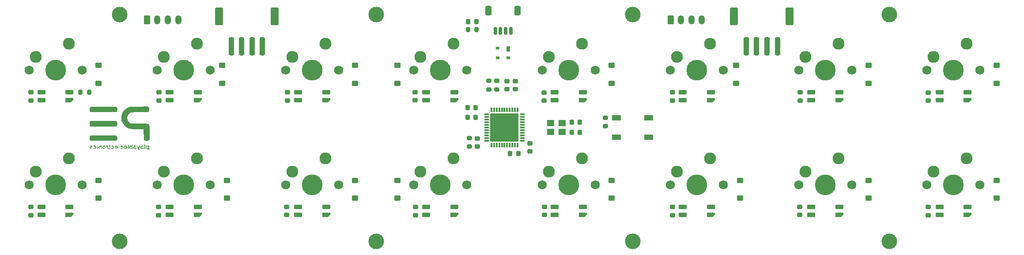
<source format=gbs>
G04 #@! TF.GenerationSoftware,KiCad,Pcbnew,(6.0.7)*
G04 #@! TF.CreationDate,2023-01-14T22:54:19+05:00*
G04 #@! TF.ProjectId,2x8 Music Keyboard PCB,32783820-4d75-4736-9963-204b6579626f,1*
G04 #@! TF.SameCoordinates,Original*
G04 #@! TF.FileFunction,Soldermask,Bot*
G04 #@! TF.FilePolarity,Negative*
%FSLAX46Y46*%
G04 Gerber Fmt 4.6, Leading zero omitted, Abs format (unit mm)*
G04 Created by KiCad (PCBNEW (6.0.7)) date 2023-01-14 22:54:19*
%MOMM*%
%LPD*%
G01*
G04 APERTURE LIST*
G04 Aperture macros list*
%AMRoundRect*
0 Rectangle with rounded corners*
0 $1 Rounding radius*
0 $2 $3 $4 $5 $6 $7 $8 $9 X,Y pos of 4 corners*
0 Add a 4 corners polygon primitive as box body*
4,1,4,$2,$3,$4,$5,$6,$7,$8,$9,$2,$3,0*
0 Add four circle primitives for the rounded corners*
1,1,$1+$1,$2,$3*
1,1,$1+$1,$4,$5*
1,1,$1+$1,$6,$7*
1,1,$1+$1,$8,$9*
0 Add four rect primitives between the rounded corners*
20,1,$1+$1,$2,$3,$4,$5,0*
20,1,$1+$1,$4,$5,$6,$7,0*
20,1,$1+$1,$6,$7,$8,$9,0*
20,1,$1+$1,$8,$9,$2,$3,0*%
%AMOutline5P*
0 Free polygon, 5 corners , with rotation*
0 The origin of the aperture is its center*
0 number of corners: always 5*
0 $1 to $10 corner X, Y*
0 $11 Rotation angle, in degrees counterclockwise*
0 create outline with 5 corners*
4,1,5,$1,$2,$3,$4,$5,$6,$7,$8,$9,$10,$1,$2,$11*%
%AMOutline6P*
0 Free polygon, 6 corners , with rotation*
0 The origin of the aperture is its center*
0 number of corners: always 6*
0 $1 to $12 corner X, Y*
0 $13 Rotation angle, in degrees counterclockwise*
0 create outline with 6 corners*
4,1,6,$1,$2,$3,$4,$5,$6,$7,$8,$9,$10,$11,$12,$1,$2,$13*%
%AMOutline7P*
0 Free polygon, 7 corners , with rotation*
0 The origin of the aperture is its center*
0 number of corners: always 7*
0 $1 to $14 corner X, Y*
0 $15 Rotation angle, in degrees counterclockwise*
0 create outline with 7 corners*
4,1,7,$1,$2,$3,$4,$5,$6,$7,$8,$9,$10,$11,$12,$13,$14,$1,$2,$15*%
%AMOutline8P*
0 Free polygon, 8 corners , with rotation*
0 The origin of the aperture is its center*
0 number of corners: always 8*
0 $1 to $16 corner X, Y*
0 $17 Rotation angle, in degrees counterclockwise*
0 create outline with 8 corners*
4,1,8,$1,$2,$3,$4,$5,$6,$7,$8,$9,$10,$11,$12,$13,$14,$15,$16,$1,$2,$17*%
G04 Aperture macros list end*
%ADD10C,3.000000*%
%ADD11C,3.987800*%
%ADD12C,1.750000*%
%ADD13C,2.275000*%
%ADD14RoundRect,0.225000X-0.250000X0.225000X-0.250000X-0.225000X0.250000X-0.225000X0.250000X0.225000X0*%
%ADD15RoundRect,0.083500X-0.656500X0.334000X-0.656500X-0.334000X0.656500X-0.334000X0.656500X0.334000X0*%
%ADD16RoundRect,0.077500X-0.677500X0.310000X-0.677500X-0.310000X0.677500X-0.310000X0.677500X0.310000X0*%
%ADD17Outline5P,-0.407500X0.725000X0.000000X0.725000X0.407500X0.317500X0.407500X-0.725000X-0.407500X-0.725000X270.000000*%
%ADD18RoundRect,0.082500X-0.647500X0.330000X-0.647500X-0.330000X0.647500X-0.330000X0.647500X0.330000X0*%
%ADD19RoundRect,0.225000X-0.225000X-0.250000X0.225000X-0.250000X0.225000X0.250000X-0.225000X0.250000X0*%
%ADD20R,0.700000X1.000000*%
%ADD21R,0.700000X0.600000*%
%ADD22RoundRect,0.200000X-0.275000X0.200000X-0.275000X-0.200000X0.275000X-0.200000X0.275000X0.200000X0*%
%ADD23RoundRect,0.250000X-0.350000X-0.625000X0.350000X-0.625000X0.350000X0.625000X-0.350000X0.625000X0*%
%ADD24O,1.200000X1.750000*%
%ADD25RoundRect,0.275000X-0.335000X0.275000X-0.335000X-0.275000X0.335000X-0.275000X0.335000X0.275000X0*%
%ADD26RoundRect,0.200000X0.200000X0.275000X-0.200000X0.275000X-0.200000X-0.275000X0.200000X-0.275000X0*%
%ADD27RoundRect,0.200000X0.275000X-0.200000X0.275000X0.200000X-0.275000X0.200000X-0.275000X-0.200000X0*%
%ADD28RoundRect,0.250000X-0.250000X-1.500000X0.250000X-1.500000X0.250000X1.500000X-0.250000X1.500000X0*%
%ADD29RoundRect,0.250001X-0.499999X-1.449999X0.499999X-1.449999X0.499999X1.449999X-0.499999X1.449999X0*%
%ADD30RoundRect,0.150000X-0.150000X-0.625000X0.150000X-0.625000X0.150000X0.625000X-0.150000X0.625000X0*%
%ADD31RoundRect,0.249999X-0.350001X-0.650001X0.350001X-0.650001X0.350001X0.650001X-0.350001X0.650001X0*%
%ADD32R,1.400000X1.200000*%
%ADD33RoundRect,0.218750X0.218750X0.256250X-0.218750X0.256250X-0.218750X-0.256250X0.218750X-0.256250X0*%
%ADD34RoundRect,0.225000X0.225000X0.250000X-0.225000X0.250000X-0.225000X-0.250000X0.225000X-0.250000X0*%
%ADD35R,1.800000X1.100000*%
%ADD36R,0.300000X0.950000*%
%ADD37R,0.950000X0.300000*%
%ADD38R,5.400000X5.400000*%
G04 APERTURE END LIST*
G04 #@! TO.C,G\u002A\u002A\u002A*
G36*
X82174488Y-106533373D02*
G01*
X82168695Y-106708001D01*
X82157924Y-106836070D01*
X82143852Y-106894089D01*
X82091621Y-106925468D01*
X82049300Y-106885501D01*
X82034705Y-106759908D01*
X82029607Y-106654945D01*
X82004295Y-106620807D01*
X81944226Y-106642965D01*
X81857910Y-106680641D01*
X81761865Y-106676390D01*
X81660488Y-106597834D01*
X81612162Y-106530653D01*
X81570509Y-106384196D01*
X81574350Y-106335426D01*
X81710425Y-106335426D01*
X81735658Y-106477065D01*
X81798754Y-106539530D01*
X81895688Y-106541909D01*
X81987424Y-106481499D01*
X82003497Y-106456764D01*
X82021869Y-106344858D01*
X81987920Y-106230011D01*
X81912237Y-106157803D01*
X81812829Y-106154822D01*
X81740167Y-106220748D01*
X81710425Y-106335426D01*
X81574350Y-106335426D01*
X81582396Y-106233249D01*
X81648793Y-106117719D01*
X81650021Y-106116629D01*
X81768736Y-106064106D01*
X81952845Y-106047712D01*
X82175036Y-106051326D01*
X82175036Y-106457115D01*
X82174488Y-106533373D01*
G37*
G36*
X79921814Y-106045522D02*
G01*
X79975045Y-106119791D01*
X80023287Y-106247005D01*
X80043753Y-106313328D01*
X80086022Y-106416742D01*
X80119293Y-106457503D01*
X80128027Y-106453815D01*
X80168420Y-106393304D01*
X80212419Y-106282088D01*
X80218104Y-106264514D01*
X80276802Y-106115872D01*
X80331528Y-106049353D01*
X80389912Y-106055205D01*
X80402108Y-106086553D01*
X80383800Y-106193987D01*
X80323823Y-106363606D01*
X80265658Y-106510046D01*
X80225154Y-106634425D01*
X80222203Y-106708572D01*
X80257103Y-106752447D01*
X80330153Y-106786013D01*
X80404785Y-106830498D01*
X80420947Y-106878409D01*
X80382223Y-106909260D01*
X80282487Y-106922113D01*
X80178321Y-106888574D01*
X80153941Y-106855982D01*
X80100540Y-106753292D01*
X80033333Y-106606114D01*
X79962807Y-106439455D01*
X79899449Y-106278321D01*
X79853743Y-106147720D01*
X79836178Y-106072658D01*
X79841942Y-106057718D01*
X79900265Y-106036508D01*
X79921814Y-106045522D01*
G37*
G36*
X81374595Y-105822779D02*
G01*
X81379542Y-105827548D01*
X81402028Y-105900656D01*
X81417863Y-106034154D01*
X81426223Y-106200309D01*
X81426283Y-106371390D01*
X81417220Y-106519663D01*
X81398209Y-106617397D01*
X81379230Y-106654129D01*
X81333047Y-106691388D01*
X81311376Y-106685368D01*
X81270640Y-106616884D01*
X81247302Y-106467493D01*
X81240209Y-106231485D01*
X81243824Y-106092598D01*
X81266665Y-105912435D01*
X81310326Y-105822279D01*
X81374595Y-105822779D01*
G37*
G36*
X81025142Y-106629825D02*
G01*
X80961585Y-106670681D01*
X80875476Y-106686064D01*
X80765656Y-106641365D01*
X80691866Y-106615763D01*
X80605011Y-106647093D01*
X80583478Y-106664381D01*
X80551561Y-106678610D01*
X80536096Y-106647984D01*
X80532883Y-106556294D01*
X80536578Y-106427397D01*
X80678167Y-106427397D01*
X80695618Y-106480053D01*
X80768646Y-106549411D01*
X80848339Y-106587165D01*
X80906600Y-106586445D01*
X80942688Y-106525651D01*
X80946867Y-106514528D01*
X80957447Y-106454675D01*
X80917616Y-106418926D01*
X80806708Y-106386068D01*
X80777180Y-106379258D01*
X80699258Y-106378421D01*
X80678167Y-106427397D01*
X80536578Y-106427397D01*
X80537726Y-106387337D01*
X80543084Y-106307643D01*
X80564497Y-106173607D01*
X80594388Y-106094979D01*
X80667568Y-106050388D01*
X80781198Y-106037064D01*
X80904997Y-106053993D01*
X81013053Y-106094501D01*
X81079450Y-106151917D01*
X81078275Y-106219568D01*
X81077566Y-106220702D01*
X81031666Y-106247210D01*
X80957667Y-106199175D01*
X80956509Y-106198135D01*
X80852570Y-106144296D01*
X80751839Y-106148813D01*
X80690415Y-106210197D01*
X80713930Y-106257784D01*
X80803481Y-106294843D01*
X80833738Y-106301791D01*
X80993661Y-106363889D01*
X81083964Y-106446962D01*
X81085052Y-106454675D01*
X81097006Y-106539457D01*
X81025142Y-106629825D01*
G37*
G36*
X79660764Y-106640864D02*
G01*
X79601451Y-106671888D01*
X79514853Y-106684827D01*
X79409118Y-106641365D01*
X79335328Y-106615763D01*
X79248474Y-106647093D01*
X79226940Y-106664381D01*
X79195024Y-106678610D01*
X79179558Y-106647984D01*
X79176346Y-106556294D01*
X79180041Y-106427397D01*
X79321629Y-106427397D01*
X79339080Y-106480053D01*
X79412108Y-106549411D01*
X79491801Y-106587165D01*
X79550063Y-106586445D01*
X79586151Y-106525651D01*
X79590329Y-106514528D01*
X79600909Y-106454675D01*
X79561078Y-106418926D01*
X79450171Y-106386068D01*
X79420642Y-106379258D01*
X79342720Y-106378421D01*
X79321629Y-106427397D01*
X79180041Y-106427397D01*
X79181189Y-106387337D01*
X79186546Y-106307643D01*
X79207959Y-106173607D01*
X79237850Y-106094979D01*
X79245939Y-106086694D01*
X79340833Y-106047975D01*
X79475463Y-106038655D01*
X79607382Y-106057837D01*
X79694146Y-106104625D01*
X79716358Y-106136677D01*
X79728893Y-106211003D01*
X79682762Y-106239684D01*
X79601129Y-106199175D01*
X79599116Y-106197375D01*
X79495906Y-106144426D01*
X79395573Y-106148243D01*
X79334722Y-106207661D01*
X79333653Y-106213535D01*
X79371856Y-106258703D01*
X79471177Y-106294923D01*
X79475403Y-106295840D01*
X79599382Y-106332824D01*
X79684152Y-106375077D01*
X79733050Y-106447713D01*
X79732887Y-106454675D01*
X79730522Y-106555495D01*
X79660764Y-106640864D01*
G37*
G36*
X78962377Y-106656452D02*
G01*
X78926775Y-106693745D01*
X78877168Y-106644485D01*
X78847532Y-106623211D01*
X78755698Y-106647076D01*
X78655945Y-106676867D01*
X78532347Y-106641687D01*
X78439962Y-106524568D01*
X78403858Y-106429118D01*
X78400960Y-106380532D01*
X78533170Y-106380532D01*
X78573699Y-106481499D01*
X78629390Y-106525148D01*
X78735320Y-106550665D01*
X78822673Y-106519872D01*
X78841314Y-106487827D01*
X78853786Y-106382024D01*
X78834956Y-106263651D01*
X78789621Y-106181760D01*
X78786193Y-106178991D01*
X78695132Y-106151184D01*
X78611119Y-106191453D01*
X78551388Y-106275876D01*
X78533170Y-106380532D01*
X78400960Y-106380532D01*
X78394916Y-106279201D01*
X78462620Y-106135166D01*
X78511343Y-106077883D01*
X78590751Y-106043676D01*
X78719894Y-106050141D01*
X78762699Y-106055671D01*
X78857240Y-106058864D01*
X78894263Y-106025338D01*
X78900635Y-105938503D01*
X78914161Y-105843166D01*
X78947412Y-105802622D01*
X78956735Y-105809704D01*
X78976535Y-105886840D01*
X78989524Y-106037396D01*
X78994189Y-106247005D01*
X78993816Y-106314562D01*
X78990920Y-106382024D01*
X78984537Y-106530694D01*
X78962377Y-106656452D01*
G37*
G36*
X78223160Y-105827431D02*
G01*
X78248881Y-105912515D01*
X78270181Y-106052614D01*
X78285079Y-106221157D01*
X78291598Y-106391575D01*
X78287757Y-106537295D01*
X78271577Y-106631747D01*
X78240618Y-106685185D01*
X78205891Y-106674473D01*
X78177821Y-106586755D01*
X78159045Y-106431196D01*
X78152200Y-106216958D01*
X78153984Y-106055130D01*
X78163076Y-105905659D01*
X78181405Y-105829249D01*
X78210672Y-105814172D01*
X78223160Y-105827431D01*
G37*
G36*
X77952802Y-106440554D02*
G01*
X77888980Y-106575082D01*
X77777983Y-106658926D01*
X77704895Y-106681314D01*
X77630055Y-106680826D01*
X77523754Y-106645769D01*
X77443017Y-106594988D01*
X77403766Y-106523446D01*
X77408085Y-106479824D01*
X77438928Y-106474645D01*
X77521185Y-106523679D01*
X77535549Y-106532864D01*
X77639368Y-106574406D01*
X77734525Y-106549281D01*
X77793343Y-106507021D01*
X77808851Y-106447063D01*
X77741838Y-106399500D01*
X77598933Y-106372953D01*
X77587590Y-106372095D01*
X77468492Y-106355272D01*
X77415704Y-106318749D01*
X77408643Y-106275694D01*
X77523984Y-106275694D01*
X77538941Y-106290460D01*
X77613865Y-106314017D01*
X77709869Y-106315949D01*
X77789219Y-106298032D01*
X77814180Y-106262041D01*
X77763915Y-106186072D01*
X77668218Y-106144052D01*
X77571922Y-106173158D01*
X77533837Y-106216638D01*
X77523984Y-106275694D01*
X77408643Y-106275694D01*
X77403766Y-106245961D01*
X77418224Y-106175761D01*
X77496511Y-106086702D01*
X77618211Y-106041515D01*
X77755249Y-106047992D01*
X77879548Y-106113924D01*
X77913999Y-106153185D01*
X77953514Y-106262041D01*
X77963219Y-106288776D01*
X77952802Y-106440554D01*
G37*
G36*
X77240466Y-106430942D02*
G01*
X77153844Y-106571345D01*
X77141639Y-106583139D01*
X77037316Y-106659967D01*
X76948528Y-106691388D01*
X76861809Y-106672438D01*
X76763870Y-106620034D01*
X76693495Y-106555537D01*
X76681008Y-106500577D01*
X76723645Y-106488081D01*
X76809141Y-106527167D01*
X76905058Y-106585045D01*
X76974015Y-106585510D01*
X77050026Y-106523897D01*
X77082102Y-106486806D01*
X77097333Y-106418050D01*
X77024614Y-106377348D01*
X76863068Y-106363948D01*
X76753297Y-106359480D01*
X76676359Y-106336142D01*
X76655331Y-106285771D01*
X76655354Y-106283072D01*
X76663048Y-106262041D01*
X76806243Y-106262041D01*
X76806832Y-106277539D01*
X76856604Y-106306962D01*
X76946618Y-106317646D01*
X77039142Y-106307815D01*
X77096438Y-106275694D01*
X77097477Y-106239936D01*
X77048501Y-106173158D01*
X76972017Y-106143692D01*
X76873171Y-106173049D01*
X76806243Y-106262041D01*
X76663048Y-106262041D01*
X76698455Y-106165256D01*
X76802162Y-106073486D01*
X76934303Y-106036508D01*
X77070172Y-106063175D01*
X77188857Y-106153050D01*
X77228812Y-106239936D01*
X77248880Y-106283575D01*
X77240466Y-106430942D01*
G37*
G36*
X76430948Y-105810018D02*
G01*
X76450662Y-105887904D01*
X76463584Y-106039239D01*
X76468222Y-106249766D01*
X76467813Y-106323927D01*
X76460628Y-106522572D01*
X76444963Y-106639127D01*
X76421445Y-106668000D01*
X76411690Y-106652760D01*
X76392720Y-106561512D01*
X76379580Y-106409908D01*
X76374668Y-106220856D01*
X76375161Y-106153416D01*
X76382984Y-105968851D01*
X76398989Y-105846760D01*
X76421445Y-105802622D01*
X76430948Y-105810018D01*
G37*
G36*
X76175270Y-106440554D02*
G01*
X76111448Y-106575082D01*
X76000451Y-106658926D01*
X75905637Y-106679375D01*
X75769666Y-106666969D01*
X75666905Y-106612046D01*
X75626233Y-106524944D01*
X75629455Y-106493169D01*
X75659318Y-106483571D01*
X75740040Y-106529914D01*
X75756280Y-106540259D01*
X75856928Y-106578923D01*
X75953379Y-106551214D01*
X76014274Y-106507732D01*
X76031170Y-106447251D01*
X75964821Y-106399546D01*
X75821401Y-106372953D01*
X75697902Y-106356800D01*
X75639995Y-106322034D01*
X75630666Y-106275694D01*
X75746452Y-106275694D01*
X75761409Y-106290460D01*
X75836333Y-106314017D01*
X75932337Y-106315949D01*
X76011687Y-106298032D01*
X76036648Y-106262041D01*
X75986383Y-106186072D01*
X75890685Y-106144052D01*
X75794389Y-106173158D01*
X75756305Y-106216638D01*
X75746452Y-106275694D01*
X75630666Y-106275694D01*
X75626233Y-106253671D01*
X75636617Y-106182688D01*
X75682366Y-106092641D01*
X75719561Y-106066590D01*
X75844388Y-106038750D01*
X75986613Y-106055275D01*
X76102016Y-106113924D01*
X76136467Y-106153185D01*
X76175982Y-106262041D01*
X76185687Y-106288776D01*
X76175270Y-106440554D01*
G37*
G36*
X75277059Y-106056132D02*
G01*
X75375254Y-106109755D01*
X75446998Y-106224450D01*
X75465104Y-106367040D01*
X75426926Y-106509126D01*
X75329817Y-106622314D01*
X75240069Y-106671674D01*
X75105762Y-106680420D01*
X74964841Y-106601154D01*
X74952972Y-106591250D01*
X74889829Y-106516135D01*
X74905509Y-106458840D01*
X74952211Y-106434080D01*
X75016485Y-106478909D01*
X75078195Y-106528753D01*
X75180653Y-106541430D01*
X75271791Y-106492145D01*
X75327330Y-106397213D01*
X75322993Y-106272948D01*
X75267225Y-106185808D01*
X75161957Y-106154148D01*
X75030869Y-106202905D01*
X74935605Y-106253300D01*
X74890175Y-106241644D01*
X74905246Y-106159742D01*
X74907925Y-106153386D01*
X74987460Y-106079282D01*
X75121299Y-106043856D01*
X75277059Y-106056132D01*
G37*
G36*
X74667548Y-105828981D02*
G01*
X74690690Y-105911769D01*
X74704581Y-105992322D01*
X74749162Y-106050151D01*
X74784176Y-106078059D01*
X74749162Y-106133571D01*
X74732284Y-106160888D01*
X74702487Y-106271175D01*
X74690690Y-106416183D01*
X74689389Y-106468999D01*
X74670166Y-106599565D01*
X74632219Y-106660409D01*
X74520998Y-106685021D01*
X74410027Y-106643894D01*
X74390238Y-106629939D01*
X74375684Y-106596811D01*
X74445110Y-106568989D01*
X74499475Y-106545987D01*
X74540100Y-106482752D01*
X74550359Y-106357024D01*
X74550320Y-106348228D01*
X74530991Y-106208483D01*
X74473630Y-106144460D01*
X74458292Y-106138368D01*
X74421744Y-106108404D01*
X74468173Y-106062902D01*
X74505944Y-106025132D01*
X74556596Y-105922275D01*
X74568905Y-105879432D01*
X74617342Y-105818955D01*
X74667548Y-105828981D01*
G37*
G36*
X74094281Y-106051119D02*
G01*
X74293084Y-106064233D01*
X74307435Y-106313764D01*
X74310969Y-106409283D01*
X74308617Y-106546416D01*
X74297209Y-106627341D01*
X74282745Y-106654410D01*
X74229391Y-106691388D01*
X74180786Y-106660495D01*
X74142700Y-106547317D01*
X74129364Y-106360122D01*
X74129350Y-106350859D01*
X74121674Y-106236511D01*
X74088335Y-106187340D01*
X74012421Y-106176840D01*
X73936191Y-106163064D01*
X73895478Y-106107422D01*
X73903703Y-106077294D01*
X73962676Y-106051047D01*
X74094281Y-106051119D01*
G37*
G36*
X73725450Y-106594439D02*
G01*
X73610121Y-106666892D01*
X73481224Y-106683306D01*
X73344561Y-106618570D01*
X73264967Y-106524637D01*
X73241698Y-106383353D01*
X73390235Y-106383353D01*
X73397120Y-106433280D01*
X73436753Y-106512624D01*
X73528940Y-106542082D01*
X73545052Y-106543337D01*
X73649093Y-106510500D01*
X73699898Y-106414667D01*
X73686353Y-106274715D01*
X73636764Y-106186553D01*
X73553955Y-106146240D01*
X73469224Y-106171486D01*
X73406630Y-106253466D01*
X73390235Y-106383353D01*
X73241698Y-106383353D01*
X73240598Y-106376673D01*
X73240769Y-106362656D01*
X73279298Y-106189204D01*
X73378488Y-106076617D01*
X73528511Y-106036508D01*
X73552897Y-106037347D01*
X73701120Y-106085589D01*
X73801250Y-106190244D01*
X73844523Y-106326488D01*
X73830745Y-106414667D01*
X73822178Y-106469495D01*
X73725450Y-106594439D01*
G37*
G36*
X72817763Y-106049953D02*
G01*
X73053455Y-106059897D01*
X73053472Y-106375642D01*
X73053437Y-106389830D01*
X73045028Y-106566319D01*
X73025310Y-106664549D01*
X72999342Y-106680804D01*
X72972182Y-106611365D01*
X72948885Y-106452517D01*
X72946677Y-106431543D01*
X72905781Y-106252737D01*
X72842665Y-106156423D01*
X72770553Y-106139332D01*
X72702671Y-106198196D01*
X72652243Y-106329746D01*
X72632495Y-106530713D01*
X72632208Y-106549533D01*
X72618545Y-106650307D01*
X72590722Y-106691388D01*
X72554240Y-106674510D01*
X72512748Y-106589581D01*
X72494244Y-106457123D01*
X72501456Y-106304293D01*
X72537117Y-106158247D01*
X72553339Y-106119972D01*
X72596491Y-106068465D01*
X72675018Y-106048835D01*
X72817763Y-106049953D01*
G37*
G36*
X72276862Y-106052097D02*
G01*
X72308702Y-106119900D01*
X72333624Y-106243096D01*
X72348198Y-106389914D01*
X72348990Y-106528586D01*
X72332568Y-106627341D01*
X72318039Y-106660427D01*
X72277091Y-106700636D01*
X72243169Y-106658419D01*
X72220047Y-106542113D01*
X72211500Y-106360050D01*
X72211741Y-106310121D01*
X72218882Y-106147902D01*
X72237562Y-106064420D01*
X72269972Y-106047981D01*
X72276862Y-106052097D01*
G37*
G36*
X71819379Y-106054798D02*
G01*
X71935213Y-106110634D01*
X71970997Y-106151277D01*
X72021891Y-106288097D01*
X72012655Y-106440236D01*
X71949161Y-106574807D01*
X71837283Y-106658926D01*
X71741837Y-106677946D01*
X71606677Y-106660067D01*
X71503897Y-106598521D01*
X71463066Y-106505437D01*
X71478210Y-106433863D01*
X71524447Y-106416447D01*
X71574738Y-106484024D01*
X71615779Y-106529137D01*
X71731769Y-106542495D01*
X71785386Y-106532924D01*
X71849999Y-106486624D01*
X71875098Y-106378750D01*
X71865586Y-106267177D01*
X71804341Y-106175678D01*
X71708373Y-106150074D01*
X71599219Y-106204009D01*
X71577868Y-106221801D01*
X71499335Y-106255942D01*
X71464209Y-106224403D01*
X71492826Y-106139513D01*
X71551223Y-106086153D01*
X71677880Y-106047520D01*
X71819379Y-106054798D01*
G37*
G36*
X71193175Y-106062060D02*
G01*
X71276475Y-106131029D01*
X71287462Y-106153159D01*
X71302870Y-106245380D01*
X71245927Y-106320052D01*
X71106527Y-106392737D01*
X71083217Y-106402951D01*
X70987383Y-106457486D01*
X70948517Y-106502147D01*
X70973616Y-106561337D01*
X71053095Y-106575429D01*
X71165130Y-106527963D01*
X71166831Y-106526852D01*
X71255792Y-106478653D01*
X71304505Y-106470458D01*
X71307367Y-106473726D01*
X71308294Y-106536892D01*
X71261026Y-106612507D01*
X71190114Y-106659911D01*
X71103210Y-106678527D01*
X70970304Y-106672718D01*
X70852344Y-106605120D01*
X70848151Y-106601655D01*
X70780218Y-106503478D01*
X70786528Y-106406685D01*
X70865596Y-106340887D01*
X70942414Y-106313676D01*
X71079713Y-106261878D01*
X71149123Y-106226358D01*
X71165622Y-106197751D01*
X71144188Y-106166691D01*
X71142719Y-106165243D01*
X71075673Y-106138792D01*
X70972921Y-106176296D01*
X70941303Y-106191821D01*
X70849917Y-106213888D01*
X70816036Y-106183124D01*
X70854025Y-106107804D01*
X70936774Y-106054028D01*
X71066319Y-106035644D01*
X71193175Y-106062060D01*
G37*
G36*
X72281425Y-105807452D02*
G01*
X72328836Y-105854730D01*
X72319375Y-105913041D01*
X72304811Y-105925741D01*
X72240228Y-105937300D01*
X72211500Y-105872788D01*
X72216453Y-105840551D01*
X72255517Y-105802622D01*
X72281425Y-105807452D01*
G37*
G36*
X82098959Y-98693999D02*
G01*
X82194875Y-98868662D01*
X82230365Y-99084220D01*
X82199002Y-99300349D01*
X82100712Y-99484116D01*
X81979611Y-99628037D01*
X80475206Y-99628297D01*
X80358661Y-99628440D01*
X79968389Y-99630784D01*
X79615422Y-99635755D01*
X79311008Y-99643037D01*
X79066397Y-99652310D01*
X78892838Y-99663259D01*
X78801578Y-99675564D01*
X78646456Y-99732368D01*
X78385775Y-99903464D01*
X78166568Y-100156808D01*
X78142535Y-100193743D01*
X78015043Y-100468554D01*
X77979148Y-100747102D01*
X78033374Y-101039150D01*
X78039722Y-101058223D01*
X78168075Y-101338122D01*
X78345579Y-101548871D01*
X78586187Y-101707334D01*
X78825449Y-101826563D01*
X80362234Y-101826563D01*
X80451212Y-101826574D01*
X80885476Y-101827326D01*
X81237339Y-101830249D01*
X81516230Y-101836715D01*
X81731579Y-101848095D01*
X81892815Y-101865761D01*
X82009367Y-101891085D01*
X82090664Y-101925436D01*
X82146136Y-101970188D01*
X82185212Y-102026712D01*
X82217320Y-102096378D01*
X82232972Y-102160364D01*
X82246827Y-102293402D01*
X82256183Y-102495364D01*
X82261214Y-102772388D01*
X82262093Y-103130613D01*
X82258992Y-103576176D01*
X82245202Y-104922079D01*
X82113956Y-105034910D01*
X82063353Y-105071234D01*
X81881102Y-105139232D01*
X81669278Y-105155850D01*
X81463796Y-105121084D01*
X81300573Y-105034935D01*
X81169327Y-104922128D01*
X81140783Y-102902438D01*
X80003705Y-102902438D01*
X79807464Y-102901748D01*
X79482243Y-102897625D01*
X79183639Y-102890282D01*
X78928386Y-102880296D01*
X78733217Y-102868241D01*
X78614865Y-102854692D01*
X78412003Y-102805388D01*
X78014161Y-102642283D01*
X77654921Y-102405787D01*
X77346890Y-102107059D01*
X77102672Y-101757258D01*
X76934874Y-101367543D01*
X76908281Y-101274358D01*
X76839710Y-100839404D01*
X76858506Y-100410812D01*
X76959791Y-99999611D01*
X77138691Y-99616833D01*
X77390328Y-99273507D01*
X77709826Y-98980664D01*
X78092310Y-98749333D01*
X78456252Y-98575550D01*
X80216179Y-98561773D01*
X81976105Y-98547995D01*
X82098959Y-98693999D01*
G37*
G36*
X75957214Y-104192579D02*
G01*
X75994907Y-104236305D01*
X76042581Y-104322827D01*
X76065011Y-104439415D01*
X76070616Y-104617623D01*
X76067523Y-104773451D01*
X76051001Y-104886414D01*
X76011468Y-104963422D01*
X75939371Y-105034849D01*
X75808125Y-105147742D01*
X71003611Y-105147742D01*
X70882509Y-105003821D01*
X70862663Y-104979507D01*
X70799267Y-104876987D01*
X70769087Y-104756530D01*
X70761408Y-104580701D01*
X70761963Y-104518370D01*
X70773865Y-104369892D01*
X70808707Y-104270468D01*
X70876225Y-104186684D01*
X70991042Y-104071867D01*
X75843811Y-104071867D01*
X75957214Y-104192579D01*
G37*
G36*
X75957214Y-101432726D02*
G01*
X75994907Y-101476452D01*
X76042581Y-101562974D01*
X76065011Y-101679562D01*
X76070616Y-101857771D01*
X76067523Y-102013599D01*
X76051001Y-102126562D01*
X76011468Y-102203570D01*
X75939371Y-102274996D01*
X75808125Y-102387889D01*
X71008052Y-102387889D01*
X70884730Y-102264568D01*
X70835361Y-102210464D01*
X70788034Y-102127203D01*
X70766504Y-102014906D01*
X70761408Y-101841447D01*
X70762836Y-101736348D01*
X70776319Y-101598807D01*
X70811224Y-101506075D01*
X70876225Y-101426831D01*
X70991042Y-101312014D01*
X75843811Y-101312014D01*
X75957214Y-101432726D01*
G37*
G36*
X75939371Y-98665055D02*
G01*
X76005425Y-98729045D01*
X76048012Y-98803988D01*
X76066558Y-98911609D01*
X76070616Y-99082281D01*
X76069274Y-99184866D01*
X76055943Y-99326995D01*
X76021396Y-99423963D01*
X75957214Y-99507325D01*
X75843811Y-99628037D01*
X70990827Y-99628037D01*
X70876118Y-99504263D01*
X70846664Y-99470509D01*
X70793161Y-99381131D01*
X70767812Y-99265271D01*
X70761408Y-99089647D01*
X70762898Y-98985074D01*
X70777067Y-98851111D01*
X70814395Y-98758939D01*
X70884730Y-98675483D01*
X71008052Y-98552162D01*
X75808125Y-98552162D01*
X75939371Y-98665055D01*
G37*
G04 #@! TD*
D10*
G04 #@! TO.C,H7*
X125715000Y-80875000D03*
G04 #@! TD*
D11*
G04 #@! TO.C,K_14*
X187215000Y-113574995D03*
D12*
X182135000Y-113574995D03*
X192295000Y-113574995D03*
D13*
X183405000Y-111034995D03*
X189755000Y-108494995D03*
G04 #@! TD*
D12*
G04 #@! TO.C,K_5*
X157535000Y-91575000D03*
D11*
X162615000Y-91575000D03*
D12*
X167695000Y-91575000D03*
D13*
X158805000Y-89035000D03*
X165155000Y-86495000D03*
G04 #@! TD*
D12*
G04 #@! TO.C,K_12*
X132935000Y-113574995D03*
D11*
X138015000Y-113574995D03*
D12*
X143095000Y-113574995D03*
D13*
X134205000Y-111034995D03*
X140555000Y-108494995D03*
G04 #@! TD*
D11*
G04 #@! TO.C,K_9*
X64215000Y-113574995D03*
D12*
X69295000Y-113574995D03*
X59135000Y-113574995D03*
D13*
X60405000Y-111034995D03*
X66755000Y-108494995D03*
G04 #@! TD*
D10*
G04 #@! TO.C,H5*
X174915000Y-80875000D03*
G04 #@! TD*
D12*
G04 #@! TO.C,K_7*
X206735000Y-91575000D03*
X216895000Y-91575000D03*
D11*
X211815000Y-91575000D03*
D13*
X208005000Y-89035000D03*
X214355000Y-86495000D03*
G04 #@! TD*
D12*
G04 #@! TO.C,K_1*
X59135000Y-91575000D03*
X69295000Y-91575000D03*
D11*
X64215000Y-91575000D03*
D13*
X60405000Y-89035000D03*
X66755000Y-86495000D03*
G04 #@! TD*
D12*
G04 #@! TO.C,K_8*
X231335000Y-91575000D03*
X241495000Y-91575000D03*
D11*
X236415000Y-91575000D03*
D13*
X232605000Y-89035000D03*
X238955000Y-86495000D03*
G04 #@! TD*
D11*
G04 #@! TO.C,K_15*
X211815000Y-113574995D03*
D12*
X206735000Y-113574995D03*
X216895000Y-113574995D03*
D13*
X208005000Y-111034995D03*
X214355000Y-108494995D03*
G04 #@! TD*
D12*
G04 #@! TO.C,K_6*
X182135000Y-91575000D03*
D11*
X187215000Y-91575000D03*
D12*
X192295000Y-91575000D03*
D13*
X183405000Y-89035000D03*
X189755000Y-86495000D03*
G04 #@! TD*
D12*
G04 #@! TO.C,K_2*
X83735000Y-91575000D03*
D11*
X88815000Y-91575000D03*
D12*
X93895000Y-91575000D03*
D13*
X85005000Y-89035000D03*
X91355000Y-86495000D03*
G04 #@! TD*
D12*
G04 #@! TO.C,K_3*
X118495000Y-91575000D03*
X108335000Y-91575000D03*
D11*
X113415000Y-91575000D03*
D13*
X109605000Y-89035000D03*
X115955000Y-86495000D03*
G04 #@! TD*
D12*
G04 #@! TO.C,K_11*
X118495000Y-113574995D03*
D11*
X113415000Y-113574995D03*
D12*
X108335000Y-113574995D03*
D13*
X109605000Y-111034995D03*
X115955000Y-108494995D03*
G04 #@! TD*
D10*
G04 #@! TO.C,H6*
X224115000Y-80875000D03*
G04 #@! TD*
D12*
G04 #@! TO.C,K_13*
X167695000Y-113574995D03*
X157535000Y-113574995D03*
D11*
X162615000Y-113574995D03*
D13*
X158805000Y-111034995D03*
X165155000Y-108494995D03*
G04 #@! TD*
D10*
G04 #@! TO.C,H8*
X76515000Y-80875000D03*
G04 #@! TD*
D12*
G04 #@! TO.C,K_4*
X132935000Y-91575000D03*
X143095000Y-91575000D03*
D11*
X138015000Y-91575000D03*
D13*
X134205000Y-89035000D03*
X140555000Y-86495000D03*
G04 #@! TD*
D11*
G04 #@! TO.C,K_16*
X236415000Y-113574995D03*
D12*
X241495000Y-113574995D03*
X231335000Y-113574995D03*
D13*
X232605000Y-111034995D03*
X238955000Y-108494995D03*
G04 #@! TD*
D11*
G04 #@! TO.C,K_10*
X88815000Y-113574995D03*
D12*
X93895000Y-113574995D03*
X83735000Y-113574995D03*
D13*
X85005000Y-111034995D03*
X91355000Y-108494995D03*
G04 #@! TD*
D14*
G04 #@! TO.C,C20*
X108565000Y-119370000D03*
X108565000Y-117820000D03*
G04 #@! TD*
D15*
G04 #@! TO.C,LED9*
X61515000Y-117824995D03*
D16*
X61515000Y-119324995D03*
D17*
X66915000Y-119324995D03*
D18*
X66915000Y-117824995D03*
G04 #@! TD*
D14*
G04 #@! TO.C,C10*
X59535000Y-97390000D03*
X59535000Y-95840000D03*
G04 #@! TD*
D10*
G04 #@! TO.C,H1*
X125715000Y-124375005D03*
G04 #@! TD*
D15*
G04 #@! TO.C,LED3*
X110715000Y-95825000D03*
D16*
X110715000Y-97325000D03*
D17*
X116115000Y-97325000D03*
D18*
X116115000Y-95825000D03*
G04 #@! TD*
D19*
G04 #@! TO.C,C1*
X164745000Y-101575000D03*
X163195000Y-101575000D03*
G04 #@! TD*
D14*
G04 #@! TO.C,C21*
X133275000Y-119395000D03*
X133275000Y-117845000D03*
G04 #@! TD*
D15*
G04 #@! TO.C,LED2*
X86115000Y-95825000D03*
D16*
X86115000Y-97325000D03*
D17*
X91515000Y-97325000D03*
D18*
X91515000Y-95825000D03*
G04 #@! TD*
D19*
G04 #@! TO.C,C4*
X152960000Y-107605000D03*
X151410000Y-107605000D03*
G04 #@! TD*
D20*
G04 #@! TO.C,ESD1*
X151035000Y-87500000D03*
D21*
X151035000Y-89200000D03*
X149035000Y-89200000D03*
X149035000Y-87300000D03*
G04 #@! TD*
D14*
G04 #@! TO.C,C15*
X182495000Y-97390000D03*
X182495000Y-95840000D03*
G04 #@! TD*
G04 #@! TO.C,C12*
X108705000Y-97380000D03*
X108705000Y-95830000D03*
G04 #@! TD*
D15*
G04 #@! TO.C,LED16*
X233715000Y-117824995D03*
D16*
X233715000Y-119324995D03*
D17*
X239115000Y-119324995D03*
D18*
X239115000Y-117824995D03*
G04 #@! TD*
D22*
G04 #@! TO.C,R3*
X147285000Y-95250000D03*
X147285000Y-93600000D03*
G04 #@! TD*
D23*
G04 #@! TO.C,J3*
X182155000Y-81875000D03*
D24*
X184155000Y-81875000D03*
X186155000Y-81875000D03*
X188155000Y-81875000D03*
G04 #@! TD*
D15*
G04 #@! TO.C,LED7*
X209115000Y-95825000D03*
D16*
X209115000Y-97325000D03*
D17*
X214515000Y-97325000D03*
D18*
X214515000Y-95825000D03*
G04 #@! TD*
D23*
G04 #@! TO.C,J5*
X81755000Y-81875000D03*
D24*
X83755000Y-81875000D03*
X85755000Y-81875000D03*
X87755000Y-81875000D03*
G04 #@! TD*
D25*
G04 #@! TO.C,D_12*
X129775000Y-116100000D03*
X129775000Y-112700000D03*
G04 #@! TD*
D15*
G04 #@! TO.C,LED1*
X61515000Y-95825000D03*
D16*
X61515000Y-97325000D03*
D17*
X66915000Y-97325000D03*
D18*
X66915000Y-95825000D03*
G04 #@! TD*
D26*
G04 #@! TO.C,R2*
X143310000Y-83805000D03*
X144960000Y-83805000D03*
G04 #@! TD*
D25*
G04 #@! TO.C,D_7*
X220125000Y-94075000D03*
X220125000Y-90675000D03*
G04 #@! TD*
D14*
G04 #@! TO.C,C14*
X157935000Y-97420000D03*
X157935000Y-95870000D03*
G04 #@! TD*
G04 #@! TO.C,C9*
X150805000Y-95200000D03*
X150805000Y-93650000D03*
G04 #@! TD*
D15*
G04 #@! TO.C,LED12*
X135315000Y-117824995D03*
D16*
X135315000Y-119324995D03*
D17*
X140715000Y-119324995D03*
D18*
X140715000Y-117824995D03*
G04 #@! TD*
D15*
G04 #@! TO.C,LED15*
X209115000Y-117824995D03*
D16*
X209115000Y-119324995D03*
D17*
X214515000Y-119324995D03*
D18*
X214515000Y-117824995D03*
G04 #@! TD*
D10*
G04 #@! TO.C,H4*
X76515000Y-124375005D03*
G04 #@! TD*
D25*
G04 #@! TO.C,D_13*
X170855000Y-116100000D03*
X170855000Y-112700000D03*
G04 #@! TD*
D14*
G04 #@! TO.C,C17*
X231515000Y-97410000D03*
X231515000Y-95860000D03*
G04 #@! TD*
D25*
G04 #@! TO.C,D_1*
X72505000Y-94075000D03*
X72505000Y-90675000D03*
G04 #@! TD*
D27*
G04 #@! TO.C,R1*
X169635000Y-100690000D03*
X169635000Y-102340000D03*
G04 #@! TD*
D14*
G04 #@! TO.C,C16*
X206965000Y-97380000D03*
X206965000Y-95830000D03*
G04 #@! TD*
D10*
G04 #@! TO.C,H2*
X224115000Y-124375005D03*
G04 #@! TD*
D14*
G04 #@! TO.C,C18*
X59495000Y-119390000D03*
X59495000Y-117840000D03*
G04 #@! TD*
D28*
G04 #@! TO.C,J4*
X97915000Y-86975000D03*
X99915000Y-86975000D03*
X101915000Y-86975000D03*
X103915000Y-86975000D03*
D29*
X106265000Y-81225000D03*
X95565000Y-81225000D03*
G04 #@! TD*
D25*
G04 #@! TO.C,D_16*
X244645000Y-116100000D03*
X244645000Y-112700000D03*
G04 #@! TD*
D26*
G04 #@! TO.C,R5*
X69020000Y-95825000D03*
X70670000Y-95825000D03*
G04 #@! TD*
D25*
G04 #@! TO.C,D_10*
X97065000Y-116100000D03*
X97065000Y-112700000D03*
G04 #@! TD*
D10*
G04 #@! TO.C,H3*
X174915000Y-124375005D03*
G04 #@! TD*
D15*
G04 #@! TO.C,LED4*
X135315000Y-95825000D03*
D16*
X135315000Y-97325000D03*
D17*
X140715000Y-97325000D03*
D18*
X140715000Y-95825000D03*
G04 #@! TD*
D15*
G04 #@! TO.C,LED8*
X233715000Y-95825000D03*
D16*
X233715000Y-97325000D03*
D17*
X239115000Y-97325000D03*
D18*
X239115000Y-95825000D03*
G04 #@! TD*
D25*
G04 #@! TO.C,D_4*
X129805000Y-94075000D03*
X129805000Y-90675000D03*
G04 #@! TD*
G04 #@! TO.C,D_14*
X195445000Y-116100000D03*
X195445000Y-112700000D03*
G04 #@! TD*
D14*
G04 #@! TO.C,C13*
X133205000Y-97360000D03*
X133205000Y-95810000D03*
G04 #@! TD*
D25*
G04 #@! TO.C,D_3*
X121665000Y-94075000D03*
X121665000Y-90675000D03*
G04 #@! TD*
D14*
G04 #@! TO.C,C2*
X155225000Y-107150000D03*
X155225000Y-105600000D03*
G04 #@! TD*
D30*
G04 #@! TO.C,J1*
X148545000Y-84005000D03*
X149545000Y-84005000D03*
X150545000Y-84005000D03*
X151545000Y-84005000D03*
D31*
X152845000Y-80130000D03*
X147245000Y-80130000D03*
G04 #@! TD*
D28*
G04 #@! TO.C,J2*
X196645000Y-86975000D03*
X198645000Y-86975000D03*
X200645000Y-86975000D03*
X202645000Y-86975000D03*
D29*
X204995000Y-81225000D03*
X194295000Y-81225000D03*
G04 #@! TD*
D25*
G04 #@! TO.C,D_11*
X121675000Y-116100000D03*
X121675000Y-112700000D03*
G04 #@! TD*
D32*
G04 #@! TO.C,Y1*
X161405000Y-103405000D03*
X159205000Y-103405000D03*
X159205000Y-101705000D03*
X161405000Y-101705000D03*
G04 #@! TD*
D25*
G04 #@! TO.C,D_2*
X96195000Y-94075000D03*
X96195000Y-90675000D03*
G04 #@! TD*
D33*
G04 #@! TO.C,P1*
X144902500Y-82215000D03*
X143327500Y-82215000D03*
G04 #@! TD*
D14*
G04 #@! TO.C,C25*
X231525000Y-119385000D03*
X231525000Y-117835000D03*
G04 #@! TD*
D25*
G04 #@! TO.C,D_15*
X220085000Y-116100000D03*
X220085000Y-112700000D03*
G04 #@! TD*
D27*
G04 #@! TO.C,R6*
X143575000Y-104605000D03*
X143575000Y-106255000D03*
G04 #@! TD*
D15*
G04 #@! TO.C,LED11*
X110715000Y-117824995D03*
D16*
X110715000Y-119324995D03*
D17*
X116115000Y-119324995D03*
D18*
X116115000Y-117824995D03*
G04 #@! TD*
D15*
G04 #@! TO.C,LED13*
X159915000Y-117824995D03*
D16*
X159915000Y-119324995D03*
D17*
X165315000Y-119324995D03*
D18*
X165315000Y-117824995D03*
G04 #@! TD*
D19*
G04 #@! TO.C,C7*
X164765000Y-103505000D03*
X163215000Y-103505000D03*
G04 #@! TD*
D25*
G04 #@! TO.C,D_5*
X170835000Y-94075000D03*
X170835000Y-90675000D03*
G04 #@! TD*
D15*
G04 #@! TO.C,LED14*
X184515000Y-117824995D03*
D16*
X184515000Y-119324995D03*
D17*
X189915000Y-119324995D03*
D18*
X189915000Y-117824995D03*
G04 #@! TD*
D25*
G04 #@! TO.C,D_9*
X72485000Y-116100000D03*
X72485000Y-112700000D03*
G04 #@! TD*
D15*
G04 #@! TO.C,LED6*
X184515000Y-95825000D03*
D16*
X184515000Y-97325000D03*
D17*
X189915000Y-97325000D03*
D18*
X189915000Y-95825000D03*
G04 #@! TD*
D34*
G04 #@! TO.C,C8*
X143215000Y-100645000D03*
X144765000Y-100645000D03*
G04 #@! TD*
D14*
G04 #@! TO.C,C3*
X152355000Y-95200000D03*
X152355000Y-93650000D03*
G04 #@! TD*
G04 #@! TO.C,C19*
X83985000Y-119390000D03*
X83985000Y-117840000D03*
G04 #@! TD*
D25*
G04 #@! TO.C,D_8*
X244645000Y-94075000D03*
X244645000Y-90675000D03*
G04 #@! TD*
D14*
G04 #@! TO.C,C24*
X206925000Y-119350000D03*
X206925000Y-117800000D03*
G04 #@! TD*
D19*
G04 #@! TO.C,C6*
X144765000Y-98775000D03*
X143215000Y-98775000D03*
G04 #@! TD*
D35*
G04 #@! TO.C,SW1*
X171795000Y-104395000D03*
X177995000Y-104395000D03*
X171795000Y-100695000D03*
X177995000Y-100695000D03*
G04 #@! TD*
D22*
G04 #@! TO.C,R4*
X148865000Y-95250000D03*
X148865000Y-93600000D03*
G04 #@! TD*
D15*
G04 #@! TO.C,LED10*
X86115000Y-117824995D03*
D16*
X86115000Y-119324995D03*
D17*
X91515000Y-119324995D03*
D18*
X91515000Y-117824995D03*
G04 #@! TD*
D25*
G04 #@! TO.C,D_6*
X194725000Y-94075000D03*
X194725000Y-90675000D03*
G04 #@! TD*
D14*
G04 #@! TO.C,C11*
X84075000Y-97370000D03*
X84075000Y-95820000D03*
G04 #@! TD*
G04 #@! TO.C,C5*
X145105000Y-106205000D03*
X145105000Y-104655000D03*
G04 #@! TD*
G04 #@! TO.C,C23*
X182545000Y-119390000D03*
X182545000Y-117840000D03*
G04 #@! TD*
G04 #@! TO.C,C22*
X157945000Y-119370000D03*
X157945000Y-117820000D03*
G04 #@! TD*
D36*
G04 #@! TO.C,U1*
X147815000Y-99174998D03*
X148315000Y-99174998D03*
X148815000Y-99174998D03*
X149315000Y-99174998D03*
X149815000Y-99174998D03*
X150315000Y-99174998D03*
X150815000Y-99174998D03*
X151315000Y-99174998D03*
X151815000Y-99174998D03*
X152315000Y-99174998D03*
X152815000Y-99174998D03*
D37*
X153715000Y-100074998D03*
X153715000Y-100574998D03*
X153715000Y-101074998D03*
X153715000Y-101574998D03*
X153715000Y-102074998D03*
X153715000Y-102574998D03*
X153715000Y-103074998D03*
X153715000Y-103574998D03*
X153715000Y-104074998D03*
X153715000Y-104574998D03*
X153715000Y-105074998D03*
D36*
X152815000Y-105974998D03*
X152315000Y-105974998D03*
X151815000Y-105974998D03*
X151315000Y-105974998D03*
X150815000Y-105974998D03*
X150315000Y-105974998D03*
X149815000Y-105974998D03*
X149315000Y-105974998D03*
X148815000Y-105974998D03*
X148315000Y-105974998D03*
X147815000Y-105974998D03*
D37*
X146915000Y-105074998D03*
X146915000Y-104574998D03*
X146915000Y-104074998D03*
X146915000Y-103574998D03*
X146915000Y-103074998D03*
X146915000Y-102574998D03*
X146915000Y-102074998D03*
X146915000Y-101574998D03*
X146915000Y-101074998D03*
X146915000Y-100574998D03*
X146915000Y-100074998D03*
D38*
X150315000Y-102574998D03*
G04 #@! TD*
D15*
G04 #@! TO.C,LED5*
X159915000Y-95825000D03*
D16*
X159915000Y-97325000D03*
D17*
X165315000Y-97325000D03*
D18*
X165315000Y-95825000D03*
G04 #@! TD*
M02*

</source>
